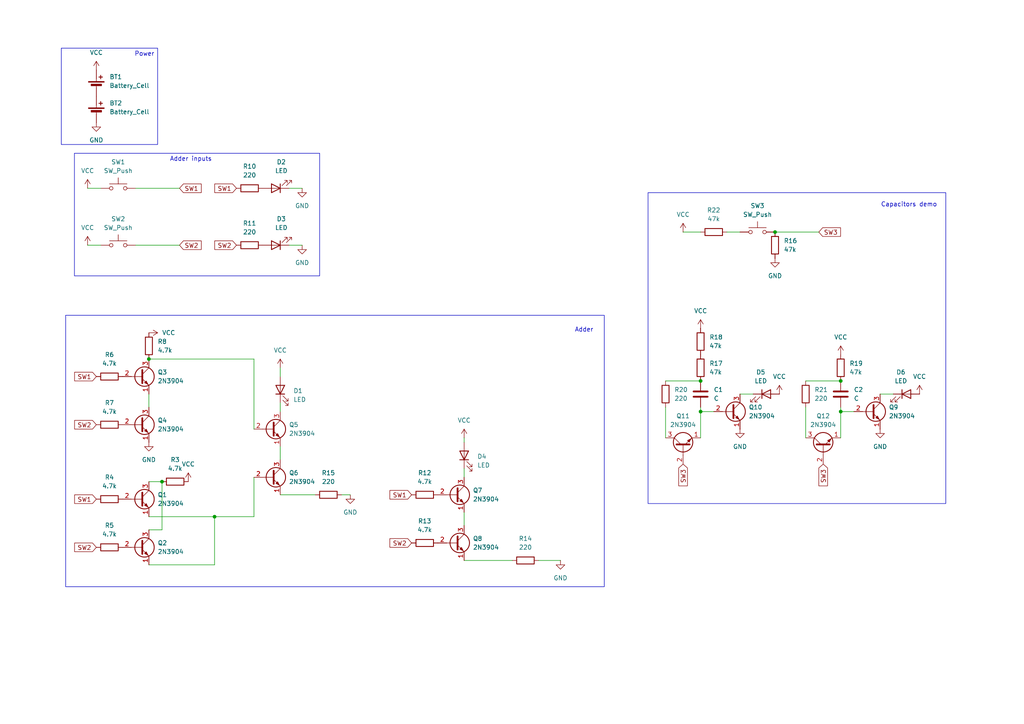
<source format=kicad_sch>
(kicad_sch (version 20250114) (generator "eeschema") (generator_version "9.0")
  (paper "A4")
  (lib_symbols
    (symbol "Device:Battery_Cell" (pin_numbers (hide yes)) (pin_names (offset 0) (hide yes))
      (property "Reference" "BT" (at 2.54 2.54 0))
      (property "Value" "Battery_Cell" (at 2.54 0 0))
      (symbol "Battery_Cell_0_1"
        (rectangle (start -2.286 1.778) (end 2.286 1.524) (fill (type outline)))
        (rectangle (start -1.524 1.016) (end 1.524 0.508) (fill (type outline)))
        (polyline (pts (xy 0 1.778) (xy 0 2.54)))
        (polyline (pts (xy 0 0.762) (xy 0 0)))
        (polyline (pts (xy 0.762 3.048) (xy 1.778 3.048)) (stroke (width 0.254)))
        (polyline (pts (xy 1.27 3.556) (xy 1.27 2.54)) (stroke (width 0.254)))
      )
      (symbol "Battery_Cell_1_1"
        (pin passive line (at 0 5.08 270) (length 2.54) (name "+") (number "1"))
        (pin passive line (at 0 -2.54 90) (length 2.54) (name "-") (number "2"))
      )
    )
    (symbol "Device:C" (pin_numbers (hide yes)) (pin_names (offset 0.254))
      (property "Reference" "C" (at 0.635 2.54 0))
      (property "Value" "C" (at 0.635 -2.54 0))
      (symbol "C_0_1"
        (polyline (pts (xy -2.032 0.762) (xy 2.032 0.762)) (stroke (width 0.508)))
        (polyline (pts (xy -2.032 -0.762) (xy 2.032 -0.762)) (stroke (width 0.508)))
      )
      (symbol "C_1_1"
        (pin passive line (at 0 3.81 270) (length 2.794) (name "~") (number "1"))
        (pin passive line (at 0 -3.81 90) (length 2.794) (name "~") (number "2"))
      )
    )
    (symbol "Device:LED" (pin_numbers (hide yes)) (pin_names (offset 1.016) (hide yes))
      (property "Reference" "D" (at 0 2.54 0))
      (property "Value" "LED" (at 0 -2.54 0))
      (symbol "LED_0_1"
        (polyline (pts (xy -3.048 -0.762) (xy -4.572 -2.286) (xy -3.81 -2.286) (xy -4.572 -2.286) (xy -4.572 -1.524)))
        (polyline (pts (xy -1.778 -0.762) (xy -3.302 -2.286) (xy -2.54 -2.286) (xy -3.302 -2.286) (xy -3.302 -1.524)))
        (polyline (pts (xy -1.27 0) (xy 1.27 0)))
        (polyline (pts (xy -1.27 -1.27) (xy -1.27 1.27)) (stroke (width 0.254)))
        (polyline (pts (xy 1.27 -1.27) (xy 1.27 1.27) (xy -1.27 0) (xy 1.27 -1.27)) (stroke (width 0.254)))
      )
      (symbol "LED_1_1"
        (pin passive line (at -3.81 0 0) (length 2.54) (name "K") (number "1"))
        (pin passive line (at 3.81 0 180) (length 2.54) (name "A") (number "2"))
      )
    )
    (symbol "Device:R" (pin_numbers (hide yes)) (pin_names (offset 0))
      (property "Reference" "R" (at 2.032 0 90))
      (property "Value" "R" (at 0 0 90))
      (symbol "R_0_1"
        (rectangle (start -1.016 -2.54) (end 1.016 2.54) (stroke (width 0.254)))
      )
      (symbol "R_1_1"
        (pin passive line (at 0 3.81 270) (length 1.27) (name "~") (number "1"))
        (pin passive line (at 0 -3.81 90) (length 1.27) (name "~") (number "2"))
      )
    )
    (symbol "Switch:SW_Push" (pin_numbers (hide yes)) (pin_names (offset 1.016) (hide yes))
      (property "Reference" "SW" (at 1.27 2.54 0))
      (property "Value" "SW_Push" (at 0 -1.524 0))
      (symbol "SW_Push_0_1"
        (circle (center -2.032 0) (radius 0.508))
        (polyline (pts (xy 0 1.27) (xy 0 3.048)))
        (circle (center 2.032 0) (radius 0.508))
        (polyline (pts (xy 2.54 1.27) (xy -2.54 1.27)))
        (pin passive line (at -5.08 0 0) (length 2.54) (name "1") (number "1"))
        (pin passive line (at 5.08 0 180) (length 2.54) (name "2") (number "2"))
      )
    )
    (symbol "Transistor_BJT:2N3904" (pin_names (offset 0) (hide yes))
      (property "Reference" "Q" (at 5.08 1.905 0))
      (property "Value" "2N3904" (at 5.08 0 0))
      (symbol "2N3904_0_1"
        (polyline (pts (xy -2.54 0) (xy 0.635 0)))
        (polyline (pts (xy 0.635 1.905) (xy 0.635 -1.905)) (stroke (width 0.508)))
        (circle (center 1.27 0) (radius 2.8194) (stroke (width 0.254)))
      )
      (symbol "2N3904_1_1"
        (polyline (pts (xy 0.635 0.635) (xy 2.54 2.54)))
        (polyline (pts (xy 0.635 -0.635) (xy 2.54 -2.54)))
        (polyline (pts (xy 1.27 -1.778) (xy 1.778 -1.27) (xy 2.286 -2.286) (xy 1.27 -1.778)) (fill (type outline)))
        (pin input line (at -5.08 0 0) (length 2.54) (name "B") (number "2"))
        (pin passive line (at 2.54 5.08 270) (length 2.54) (name "C") (number "3"))
        (pin passive line (at 2.54 -5.08 90) (length 2.54) (name "E") (number "1"))
      )
    )
    (symbol "power:GND" (power) (pin_numbers (hide yes)) (pin_names (offset 0) (hide yes))
      (property "Value" "GND" (at 0 -3.81 0))
      (symbol "GND_0_1"
        (polyline (pts (xy 0 0) (xy 0 -1.27) (xy 1.27 -1.27) (xy 0 -2.54) (xy -1.27 -1.27) (xy 0 -1.27)))
      )
      (symbol "GND_1_1"
        (pin power_in line (at 0 0 270) (length 0) (name "~") (number "1"))
      )
    )
    (symbol "power:VCC" (power) (pin_numbers (hide yes)) (pin_names (offset 0) (hide yes))
      (property "Value" "VCC" (at 0 3.556 0))
      (symbol "VCC_0_1"
        (polyline (pts (xy -0.762 1.27) (xy 0 2.54)))
        (polyline (pts (xy 0 2.54) (xy 0.762 1.27)))
        (polyline (pts (xy 0 0) (xy 0 2.54)))
      )
      (symbol "VCC_1_1"
        (pin power_in line (at 0 0 90) (length 0) (name "~") (number "1"))
      )
    )
  )
  (rectangle (start 19.05 91.44) (end 175.26 170.18))
  (rectangle (start 187.96 55.88) (end 274.32 146.05))
  (rectangle (start 21.59 44.45) (end 92.71 80.01))
  (rectangle (start 17.78 13.97) (end 45.72 41.91))
  (text "Capacitors demo" (at 263.652 59.436 0) (effects (font (size 1.27 1.27))))
  (text "Adder" (at 169.418 95.758 0) (effects (font (size 1.27 1.27))))
  (text "Power" (at 41.91 15.748 0) (effects (font (size 1.27 1.27))))
  (text "Adder inputs" (at 55.372 46.228 0) (effects (font (size 1.27 1.27))))
  (junction (at 62.23 149.86))
  (junction (at 224.79 67.31))
  (junction (at 203.2 119.38))
  (junction (at 203.2 110.49))
  (junction (at 243.84 119.38))
  (junction (at 43.18 104.14))
  (junction (at 243.84 110.49))
  (junction (at 46.99 139.7))
  (wire (pts (xy 43.18 153.67) (xy 46.99 153.67)))
  (wire (pts (xy 243.84 119.38) (xy 247.65 119.38)))
  (wire (pts (xy 81.28 143.51) (xy 91.44 143.51)))
  (wire (pts (xy 81.28 109.22) (xy 81.28 106.68)))
  (wire (pts (xy 134.62 162.56) (xy 148.59 162.56)))
  (wire (pts (xy 243.84 118.11) (xy 243.84 119.38)))
  (wire (pts (xy 43.18 114.3) (xy 43.18 118.11)))
  (wire (pts (xy 203.2 118.11) (xy 203.2 119.38)))
  (wire (pts (xy 73.66 104.14) (xy 73.66 124.46)))
  (wire (pts (xy 224.79 67.31) (xy 237.49 67.31)))
  (wire (pts (xy 214.63 114.3) (xy 218.44 114.3)))
  (wire (pts (xy 62.23 163.83) (xy 43.18 163.83)))
  (wire (pts (xy 25.4 71.12) (xy 29.21 71.12)))
  (wire (pts (xy 203.2 119.38) (xy 207.01 119.38)))
  (wire (pts (xy 62.23 149.86) (xy 73.66 149.86)))
  (wire (pts (xy 39.37 71.12) (xy 52.07 71.12)))
  (wire (pts (xy 156.21 162.56) (xy 162.56 162.56)))
  (wire (pts (xy 39.37 54.61) (xy 52.07 54.61)))
  (wire (pts (xy 62.23 149.86) (xy 62.23 163.83)))
  (wire (pts (xy 83.82 54.61) (xy 87.63 54.61)))
  (wire (pts (xy 255.27 114.3) (xy 259.08 114.3)))
  (wire (pts (xy 81.28 129.54) (xy 81.28 133.35)))
  (wire (pts (xy 43.18 149.86) (xy 62.23 149.86)))
  (wire (pts (xy 73.66 138.43) (xy 73.66 149.86)))
  (wire (pts (xy 243.84 127) (xy 243.84 119.38)))
  (wire (pts (xy 233.68 118.11) (xy 233.68 127)))
  (wire (pts (xy 81.28 116.84) (xy 81.28 119.38)))
  (wire (pts (xy 43.18 104.14) (xy 73.66 104.14)))
  (wire (pts (xy 134.62 148.59) (xy 134.62 152.4)))
  (wire (pts (xy 46.99 139.7) (xy 46.99 153.67)))
  (wire (pts (xy 134.62 135.89) (xy 134.62 138.43)))
  (wire (pts (xy 210.82 67.31) (xy 214.63 67.31)))
  (wire (pts (xy 233.68 110.49) (xy 243.84 110.49)))
  (wire (pts (xy 193.04 118.11) (xy 193.04 127)))
  (wire (pts (xy 203.2 127) (xy 203.2 119.38)))
  (wire (pts (xy 134.62 128.27) (xy 134.62 127)))
  (wire (pts (xy 198.12 67.31) (xy 203.2 67.31)))
  (wire (pts (xy 43.18 139.7) (xy 46.99 139.7)))
  (wire (pts (xy 25.4 54.61) (xy 29.21 54.61)))
  (wire (pts (xy 99.06 143.51) (xy 101.6 143.51)))
  (wire (pts (xy 193.04 110.49) (xy 203.2 110.49)))
  (wire (pts (xy 83.82 71.12) (xy 87.63 71.12)))
  (global_label "SW2" (shape input) (at 27.94 123.19 180) (property "Intersheetrefs" "${INTERSHEET_REFS}" (effects (hide yes))))
  (global_label "SW1" (shape input) (at 52.07 54.61 0) (property "Intersheetrefs" "${INTERSHEET_REFS}" (effects (hide yes))))
  (global_label "SW1" (shape input) (at 27.94 109.22 180) (property "Intersheetrefs" "${INTERSHEET_REFS}" (effects (hide yes))))
  (global_label "SW3" (shape input) (at 198.12 134.62 270) (property "Intersheetrefs" "${INTERSHEET_REFS}" (effects (hide yes))))
  (global_label "SW1" (shape input) (at 119.38 143.51 180) (property "Intersheetrefs" "${INTERSHEET_REFS}" (effects (hide yes))))
  (global_label "SW1" (shape input) (at 27.94 144.78 180) (property "Intersheetrefs" "${INTERSHEET_REFS}" (effects (hide yes))))
  (global_label "SW2" (shape input) (at 68.58 71.12 180) (property "Intersheetrefs" "${INTERSHEET_REFS}" (effects (hide yes))))
  (global_label "SW1" (shape input) (at 68.58 54.61 180) (property "Intersheetrefs" "${INTERSHEET_REFS}" (effects (hide yes))))
  (global_label "SW2" (shape input) (at 52.07 71.12 0) (property "Intersheetrefs" "${INTERSHEET_REFS}" (effects (hide yes))))
  (global_label "SW2" (shape input) (at 27.94 158.75 180) (property "Intersheetrefs" "${INTERSHEET_REFS}" (effects (hide yes))))
  (global_label "SW2" (shape input) (at 119.38 157.48 180) (property "Intersheetrefs" "${INTERSHEET_REFS}" (effects (hide yes))))
  (global_label "SW3" (shape input) (at 238.76 134.62 270) (property "Intersheetrefs" "${INTERSHEET_REFS}" (effects (hide yes))))
  (global_label "SW3" (shape input) (at 237.49 67.31 0) (property "Intersheetrefs" "${INTERSHEET_REFS}" (effects (hide yes))))
  (symbol (lib_id "power:VCC") (at 81.28 106.68 0) (unit 1)
    (property "Reference" "#PWR010" (effects (hide yes)))
    (property "Value" "VCC" (at 81.28 101.6 0))
    (property "Description" "Power symbol creates a global label with name \"VCC\"" (effects (hide yes)))
  )
  (symbol (lib_id "Device:R") (at 224.79 71.12 0) (unit 1)
    (property "Reference" "R16" (at 227.33 69.8499 0) (effects (justify left)))
    (property "Value" "47k" (at 227.33 72.3899 0) (effects (justify left)))
    (property "Footprint" "Resistor_THT:R_Axial_DIN0207_L6.3mm_D2.5mm_P7.62mm_Horizontal" (effects (hide yes)))
    (property "Description" "Resistor" (effects (hide yes)))
  )
  (symbol (lib_id "power:GND") (at 214.63 124.46 0) (unit 1)
    (property "Reference" "#PWR020" (effects (hide yes)))
    (property "Value" "GND" (at 214.63 129.54 0))
    (property "Description" "Power symbol creates a global label with name \"GND\" , ground" (effects (hide yes)))
  )
  (symbol (lib_id "Device:LED") (at 222.25 114.3 0) (unit 1)
    (property "Reference" "D5" (at 220.6625 107.95 0))
    (property "Value" "LED" (at 220.6625 110.49 0))
    (property "Footprint" "LED_THT:LED_D5.0mm" (effects (hide yes)))
    (property "Description" "Light emitting diode" (effects (hide yes)))
    (property "Sim.Pins" "1=K 2=A" (effects (hide yes)))
  )
  (symbol (lib_id "Transistor_BJT:2N3904") (at 252.73 119.38 0) (unit 1)
    (property "Reference" "Q9" (at 257.81 118.1099 0) (effects (justify left)))
    (property "Value" "2N3904" (at 257.81 120.6499 0) (effects (justify left)))
    (property "Footprint" "Package_TO_SOT_THT:TO-92L_HandSolder" (effects (hide yes)))
    (property "Datasheet" "https://www.onsemi.com/pub/Collateral/2N3903-D.PDF" (effects (hide yes)))
    (property "Description" "0.2A Ic, 40V Vce, Small Signal NPN Transistor, TO-92" (effects (hide yes)))
  )
  (symbol (lib_id "Device:R") (at 152.4 162.56 90) (unit 1)
    (property "Reference" "R14" (at 152.4 156.21 90))
    (property "Value" "220" (at 152.4 158.75 90))
    (property "Footprint" "Resistor_THT:R_Axial_DIN0207_L6.3mm_D2.5mm_P7.62mm_Horizontal" (effects (hide yes)))
    (property "Description" "Resistor" (effects (hide yes)))
  )
  (symbol (lib_id "power:VCC") (at 226.06 114.3 0) (unit 1)
    (property "Reference" "#PWR022" (effects (hide yes)))
    (property "Value" "VCC" (at 226.06 109.22 0))
    (property "Description" "Power symbol creates a global label with name \"VCC\"" (effects (hide yes)))
  )
  (symbol (lib_id "Switch:SW_Push") (at 34.29 54.61 0) (unit 1)
    (property "Reference" "SW1" (at 34.29 46.99 0))
    (property "Value" "SW_Push" (at 34.29 49.53 0))
    (property "Footprint" "Button_Switch_THT:SW_PUSH_6mm" (effects (hide yes)))
    (property "Description" "Push button switch, generic, two pins" (effects (hide yes)))
  )
  (symbol (lib_id "Device:Battery_Cell") (at 27.94 33.02 0) (unit 1)
    (property "Reference" "BT2" (at 31.75 29.9084 0) (effects (justify left)))
    (property "Value" "Battery_Cell" (at 31.75 32.4484 0) (effects (justify left)))
    (property "Footprint" "Battery:BatteryHolder_Keystone_3034_1x20mm" (effects (hide yes)))
    (property "Description" "Single-cell battery" (effects (hide yes)))
  )
  (symbol (lib_id "Device:C") (at 203.2 114.3 0) (unit 1)
    (property "Reference" "C1" (at 207.01 113.0299 0) (effects (justify left)))
    (property "Value" "C" (at 207.01 115.5699 0) (effects (justify left)))
    (property "Footprint" "Capacitor_THT:CP_Radial_D8.0mm_P5.00mm" (effects (hide yes)))
    (property "Description" "Unpolarized capacitor" (effects (hide yes)))
  )
  (symbol (lib_id "Device:LED") (at 262.89 114.3 0) (unit 1)
    (property "Reference" "D6" (at 261.3025 107.95 0))
    (property "Value" "LED" (at 261.3025 110.49 0))
    (property "Footprint" "LED_THT:LED_D5.0mm" (effects (hide yes)))
    (property "Description" "Light emitting diode" (effects (hide yes)))
    (property "Sim.Pins" "1=K 2=A" (effects (hide yes)))
  )
  (symbol (lib_id "Device:LED") (at 134.62 132.08 90) (unit 1)
    (property "Reference" "D4" (at 138.43 132.3974 90) (effects (justify right)))
    (property "Value" "LED" (at 138.43 134.9374 90) (effects (justify right)))
    (property "Footprint" "LED_THT:LED_D5.0mm" (effects (hide yes)))
    (property "Description" "Light emitting diode" (effects (hide yes)))
    (property "Sim.Pins" "1=K 2=A" (effects (hide yes)))
  )
  (symbol (lib_id "Device:LED") (at 80.01 54.61 180) (unit 1)
    (property "Reference" "D2" (at 81.5975 46.99 0))
    (property "Value" "LED" (at 81.5975 49.53 0))
    (property "Footprint" "LED_THT:LED_D5.0mm" (effects (hide yes)))
    (property "Description" "Light emitting diode" (effects (hide yes)))
    (property "Sim.Pins" "1=K 2=A" (effects (hide yes)))
  )
  (symbol (lib_id "power:VCC") (at 134.62 127 0) (unit 1)
    (property "Reference" "#PWR014" (effects (hide yes)))
    (property "Value" "VCC" (at 134.62 121.92 0))
    (property "Description" "Power symbol creates a global label with name \"VCC\"" (effects (hide yes)))
  )
  (symbol (lib_id "Switch:SW_Push") (at 34.29 71.12 0) (unit 1)
    (property "Reference" "SW2" (at 34.29 63.5 0))
    (property "Value" "SW_Push" (at 34.29 66.04 0))
    (property "Footprint" "Button_Switch_THT:SW_PUSH_6mm" (effects (hide yes)))
    (property "Description" "Push button switch, generic, two pins" (effects (hide yes)))
  )
  (symbol (lib_id "power:VCC") (at 25.4 54.61 0) (unit 1)
    (property "Reference" "#PWR03" (effects (hide yes)))
    (property "Value" "VCC" (at 25.4 49.53 0))
    (property "Description" "Power symbol creates a global label with name \"VCC\"" (effects (hide yes)))
  )
  (symbol (lib_id "Transistor_BJT:2N3904") (at 78.74 124.46 0) (unit 1)
    (property "Reference" "Q5" (at 83.82 123.1899 0) (effects (justify left)))
    (property "Value" "2N3904" (at 83.82 125.7299 0) (effects (justify left)))
    (property "Footprint" "Package_TO_SOT_THT:TO-92L_HandSolder" (effects (hide yes)))
    (property "Datasheet" "https://www.onsemi.com/pub/Collateral/2N3903-D.PDF" (effects (hide yes)))
    (property "Description" "0.2A Ic, 40V Vce, Small Signal NPN Transistor, TO-92" (effects (hide yes)))
  )
  (symbol (lib_id "Switch:SW_Push") (at 219.71 67.31 0) (unit 1)
    (property "Reference" "SW3" (at 219.71 59.69 0))
    (property "Value" "SW_Push" (at 219.71 62.23 0))
    (property "Footprint" "Button_Switch_THT:SW_PUSH_6mm" (effects (hide yes)))
    (property "Description" "Push button switch, generic, two pins" (effects (hide yes)))
  )
  (symbol (lib_id "Transistor_BJT:2N3904") (at 40.64 158.75 0) (unit 1)
    (property "Reference" "Q2" (at 45.72 157.4799 0) (effects (justify left)))
    (property "Value" "2N3904" (at 45.72 160.0199 0) (effects (justify left)))
    (property "Footprint" "Package_TO_SOT_THT:TO-92L_HandSolder" (effects (hide yes)))
    (property "Datasheet" "https://www.onsemi.com/pub/Collateral/2N3903-D.PDF" (effects (hide yes)))
    (property "Description" "0.2A Ic, 40V Vce, Small Signal NPN Transistor, TO-92" (effects (hide yes)))
  )
  (symbol (lib_id "power:GND") (at 255.27 124.46 0) (unit 1)
    (property "Reference" "#PWR021" (effects (hide yes)))
    (property "Value" "GND" (at 255.27 129.54 0))
    (property "Description" "Power symbol creates a global label with name \"GND\" , ground" (effects (hide yes)))
  )
  (symbol (lib_id "Device:R") (at 203.2 99.06 0) (unit 1)
    (property "Reference" "R18" (at 205.74 97.7899 0) (effects (justify left)))
    (property "Value" "47k" (at 205.74 100.3299 0) (effects (justify left)))
    (property "Footprint" "Resistor_THT:R_Axial_DIN0207_L6.3mm_D2.5mm_P7.62mm_Horizontal" (effects (hide yes)))
    (property "Description" "Resistor" (effects (hide yes)))
  )
  (symbol (lib_id "power:VCC") (at 198.12 67.31 0) (unit 1)
    (property "Reference" "#PWR016" (effects (hide yes)))
    (property "Value" "VCC" (at 198.12 62.23 0))
    (property "Description" "Power symbol creates a global label with name \"VCC\"" (effects (hide yes)))
  )
  (symbol (lib_id "power:GND") (at 43.18 128.27 0) (unit 1)
    (property "Reference" "#PWR09" (effects (hide yes)))
    (property "Value" "GND" (at 43.18 133.35 0))
    (property "Description" "Power symbol creates a global label with name \"GND\" , ground" (effects (hide yes)))
  )
  (symbol (lib_id "Transistor_BJT:2N3904") (at 132.08 157.48 0) (unit 1)
    (property "Reference" "Q8" (at 137.16 156.2099 0) (effects (justify left)))
    (property "Value" "2N3904" (at 137.16 158.7499 0) (effects (justify left)))
    (property "Footprint" "Package_TO_SOT_THT:TO-92L_HandSolder" (effects (hide yes)))
    (property "Datasheet" "https://www.onsemi.com/pub/Collateral/2N3903-D.PDF" (effects (hide yes)))
    (property "Description" "0.2A Ic, 40V Vce, Small Signal NPN Transistor, TO-92" (effects (hide yes)))
  )
  (symbol (lib_id "Device:LED") (at 80.01 71.12 180) (unit 1)
    (property "Reference" "D3" (at 81.5975 63.5 0))
    (property "Value" "LED" (at 81.5975 66.04 0))
    (property "Footprint" "LED_THT:LED_D5.0mm" (effects (hide yes)))
    (property "Description" "Light emitting diode" (effects (hide yes)))
    (property "Sim.Pins" "1=K 2=A" (effects (hide yes)))
  )
  (symbol (lib_id "power:GND") (at 101.6 143.51 0) (unit 1)
    (property "Reference" "#PWR011" (effects (hide yes)))
    (property "Value" "GND" (at 101.6 148.59 0))
    (property "Description" "Power symbol creates a global label with name \"GND\" , ground" (effects (hide yes)))
  )
  (symbol (lib_id "power:VCC") (at 25.4 71.12 0) (unit 1)
    (property "Reference" "#PWR04" (effects (hide yes)))
    (property "Value" "VCC" (at 25.4 66.04 0))
    (property "Description" "Power symbol creates a global label with name \"VCC\"" (effects (hide yes)))
  )
  (symbol (lib_id "Device:R") (at 31.75 158.75 90) (unit 1)
    (property "Reference" "R5" (at 31.75 152.4 90))
    (property "Value" "4.7k" (at 31.75 154.94 90))
    (property "Footprint" "Resistor_THT:R_Axial_DIN0207_L6.3mm_D2.5mm_P7.62mm_Horizontal" (effects (hide yes)))
    (property "Description" "Resistor" (effects (hide yes)))
  )
  (symbol (lib_id "Device:R") (at 243.84 106.68 0) (unit 1)
    (property "Reference" "R19" (at 246.38 105.4099 0) (effects (justify left)))
    (property "Value" "47k" (at 246.38 107.9499 0) (effects (justify left)))
    (property "Footprint" "Resistor_THT:R_Axial_DIN0207_L6.3mm_D2.5mm_P7.62mm_Horizontal" (effects (hide yes)))
    (property "Description" "Resistor" (effects (hide yes)))
  )
  (symbol (lib_id "power:GND") (at 87.63 71.12 0) (unit 1)
    (property "Reference" "#PWR013" (effects (hide yes)))
    (property "Value" "GND" (at 87.63 76.2 0))
    (property "Description" "Power symbol creates a global label with name \"GND\" , ground" (effects (hide yes)))
  )
  (symbol (lib_id "Device:Battery_Cell") (at 27.94 25.4 0) (unit 1)
    (property "Reference" "BT1" (at 31.75 22.2884 0) (effects (justify left)))
    (property "Value" "Battery_Cell" (at 31.75 24.8284 0) (effects (justify left)))
    (property "Footprint" "Battery:BatteryHolder_Keystone_3034_1x20mm" (effects (hide yes)))
    (property "Description" "Single-cell battery" (effects (hide yes)))
  )
  (symbol (lib_id "Device:R") (at 72.39 71.12 90) (unit 1)
    (property "Reference" "R11" (at 72.39 64.77 90))
    (property "Value" "220" (at 72.39 67.31 90))
    (property "Footprint" "Resistor_THT:R_Axial_DIN0207_L6.3mm_D2.5mm_P7.62mm_Horizontal" (effects (hide yes)))
    (property "Description" "Resistor" (effects (hide yes)))
  )
  (symbol (lib_id "Device:LED") (at 81.28 113.03 90) (unit 1)
    (property "Reference" "D1" (at 85.09 113.3474 90) (effects (justify right)))
    (property "Value" "LED" (at 85.09 115.8874 90) (effects (justify right)))
    (property "Footprint" "LED_THT:LED_D5.0mm" (effects (hide yes)))
    (property "Description" "Light emitting diode" (effects (hide yes)))
    (property "Sim.Pins" "1=K 2=A" (effects (hide yes)))
  )
  (symbol (lib_id "Device:R") (at 233.68 114.3 0) (unit 1)
    (property "Reference" "R21" (at 236.22 113.0299 0) (effects (justify left)))
    (property "Value" "220" (at 236.22 115.5699 0) (effects (justify left)))
    (property "Footprint" "Resistor_THT:R_Axial_DIN0207_L6.3mm_D2.5mm_P7.62mm_Horizontal" (effects (hide yes)))
    (property "Description" "Resistor" (effects (hide yes)))
  )
  (symbol (lib_id "power:VCC") (at 203.2 95.25 0) (unit 1)
    (property "Reference" "#PWR019" (effects (hide yes)))
    (property "Value" "VCC" (at 203.2 90.17 0))
    (property "Description" "Power symbol creates a global label with name \"VCC\"" (effects (hide yes)))
  )
  (symbol (lib_id "Device:R") (at 123.19 143.51 90) (unit 1)
    (property "Reference" "R12" (at 123.19 137.16 90))
    (property "Value" "4.7k" (at 123.19 139.7 90))
    (property "Footprint" "Resistor_THT:R_Axial_DIN0207_L6.3mm_D2.5mm_P7.62mm_Horizontal" (effects (hide yes)))
    (property "Description" "Resistor" (effects (hide yes)))
  )
  (symbol (lib_id "power:VCC") (at 27.94 20.32 0) (unit 1)
    (property "Reference" "#PWR02" (effects (hide yes)))
    (property "Value" "VCC" (at 27.94 15.24 0))
    (property "Description" "Power symbol creates a global label with name \"VCC\"" (effects (hide yes)))
  )
  (symbol (lib_id "power:VCC") (at 266.7 114.3 0) (unit 1)
    (property "Reference" "#PWR023" (effects (hide yes)))
    (property "Value" "VCC" (at 266.7 109.22 0))
    (property "Description" "Power symbol creates a global label with name \"VCC\"" (effects (hide yes)))
  )
  (symbol (lib_id "Device:C") (at 243.84 114.3 0) (unit 1)
    (property "Reference" "C2" (at 247.65 113.0299 0) (effects (justify left)))
    (property "Value" "C" (at 247.65 115.5699 0) (effects (justify left)))
    (property "Footprint" "Capacitor_THT:CP_Radial_D8.0mm_P5.00mm" (effects (hide yes)))
    (property "Description" "Unpolarized capacitor" (effects (hide yes)))
  )
  (symbol (lib_id "Device:R") (at 31.75 109.22 90) (unit 1)
    (property "Reference" "R6" (at 31.75 102.87 90))
    (property "Value" "4.7k" (at 31.75 105.41 90))
    (property "Footprint" "Resistor_THT:R_Axial_DIN0207_L6.3mm_D2.5mm_P7.62mm_Horizontal" (effects (hide yes)))
    (property "Description" "Resistor" (effects (hide yes)))
  )
  (symbol (lib_id "Transistor_BJT:2N3904") (at 40.64 144.78 0) (unit 1)
    (property "Reference" "Q1" (at 45.72 143.5099 0) (effects (justify left)))
    (property "Value" "2N3904" (at 45.72 146.0499 0) (effects (justify left)))
    (property "Footprint" "Package_TO_SOT_THT:TO-92L_HandSolder" (effects (hide yes)))
    (property "Datasheet" "https://www.onsemi.com/pub/Collateral/2N3903-D.PDF" (effects (hide yes)))
    (property "Description" "0.2A Ic, 40V Vce, Small Signal NPN Transistor, TO-92" (effects (hide yes)))
  )
  (symbol (lib_id "Transistor_BJT:2N3904") (at 78.74 138.43 0) (unit 1)
    (property "Reference" "Q6" (at 83.82 137.1599 0) (effects (justify left)))
    (property "Value" "2N3904" (at 83.82 139.6999 0) (effects (justify left)))
    (property "Footprint" "Package_TO_SOT_THT:TO-92L_HandSolder" (effects (hide yes)))
    (property "Datasheet" "https://www.onsemi.com/pub/Collateral/2N3903-D.PDF" (effects (hide yes)))
    (property "Description" "0.2A Ic, 40V Vce, Small Signal NPN Transistor, TO-92" (effects (hide yes)))
  )
  (symbol (lib_id "Transistor_BJT:2N3904") (at 40.64 109.22 0) (unit 1)
    (property "Reference" "Q3" (at 45.72 107.9499 0) (effects (justify left)))
    (property "Value" "2N3904" (at 45.72 110.4899 0) (effects (justify left)))
    (property "Footprint" "Package_TO_SOT_THT:TO-92L_HandSolder" (effects (hide yes)))
    (property "Datasheet" "https://www.onsemi.com/pub/Collateral/2N3903-D.PDF" (effects (hide yes)))
    (property "Description" "0.2A Ic, 40V Vce, Small Signal NPN Transistor, TO-92" (effects (hide yes)))
  )
  (symbol (lib_id "power:VCC") (at 243.84 102.87 0) (unit 1)
    (property "Reference" "#PWR018" (effects (hide yes)))
    (property "Value" "VCC" (at 243.84 97.79 0))
    (property "Description" "Power symbol creates a global label with name \"VCC\"" (effects (hide yes)))
  )
  (symbol (lib_id "Transistor_BJT:2N3904") (at 40.64 123.19 0) (unit 1)
    (property "Reference" "Q4" (at 45.72 121.9199 0) (effects (justify left)))
    (property "Value" "2N3904" (at 45.72 124.4599 0) (effects (justify left)))
    (property "Footprint" "Package_TO_SOT_THT:TO-92L_HandSolder" (effects (hide yes)))
    (property "Datasheet" "https://www.onsemi.com/pub/Collateral/2N3903-D.PDF" (effects (hide yes)))
    (property "Description" "0.2A Ic, 40V Vce, Small Signal NPN Transistor, TO-92" (effects (hide yes)))
  )
  (symbol (lib_id "Device:R") (at 203.2 106.68 0) (unit 1)
    (property "Reference" "R17" (at 205.74 105.4099 0) (effects (justify left)))
    (property "Value" "47k" (at 205.74 107.9499 0) (effects (justify left)))
    (property "Footprint" "Resistor_THT:R_Axial_DIN0207_L6.3mm_D2.5mm_P7.62mm_Horizontal" (effects (hide yes)))
    (property "Description" "Resistor" (effects (hide yes)))
  )
  (symbol (lib_id "power:VCC") (at 43.18 96.52 270) (unit 1)
    (property "Reference" "#PWR08" (effects (hide yes)))
    (property "Value" "VCC" (at 46.99 96.5199 90) (effects (justify left)))
    (property "Description" "Power symbol creates a global label with name \"VCC\"" (effects (hide yes)))
  )
  (symbol (lib_id "Device:R") (at 31.75 123.19 90) (unit 1)
    (property "Reference" "R7" (at 31.75 116.84 90))
    (property "Value" "4.7k" (at 31.75 119.38 90))
    (property "Footprint" "Resistor_THT:R_Axial_DIN0207_L6.3mm_D2.5mm_P7.62mm_Horizontal" (effects (hide yes)))
    (property "Description" "Resistor" (effects (hide yes)))
  )
  (symbol (lib_id "Device:R") (at 43.18 100.33 180) (unit 1)
    (property "Reference" "R8" (at 45.72 99.0599 0) (effects (justify right)))
    (property "Value" "4.7k" (at 45.72 101.5999 0) (effects (justify right)))
    (property "Footprint" "Resistor_THT:R_Axial_DIN0207_L6.3mm_D2.5mm_P7.62mm_Horizontal" (effects (hide yes)))
    (property "Description" "Resistor" (effects (hide yes)))
  )
  (symbol (lib_id "Transistor_BJT:2N3904") (at 212.09 119.38 0) (unit 1)
    (property "Reference" "Q10" (at 217.17 118.1099 0) (effects (justify left)))
    (property "Value" "2N3904" (at 217.17 120.6499 0) (effects (justify left)))
    (property "Footprint" "Package_TO_SOT_THT:TO-92L_HandSolder" (effects (hide yes)))
    (property "Datasheet" "https://www.onsemi.com/pub/Collateral/2N3903-D.PDF" (effects (hide yes)))
    (property "Description" "0.2A Ic, 40V Vce, Small Signal NPN Transistor, TO-92" (effects (hide yes)))
  )
  (symbol (lib_id "Device:R") (at 123.19 157.48 90) (unit 1)
    (property "Reference" "R13" (at 123.19 151.13 90))
    (property "Value" "4.7k" (at 123.19 153.67 90))
    (property "Footprint" "Resistor_THT:R_Axial_DIN0207_L6.3mm_D2.5mm_P7.62mm_Horizontal" (effects (hide yes)))
    (property "Description" "Resistor" (effects (hide yes)))
  )
  (symbol (lib_id "Transistor_BJT:2N3904") (at 132.08 143.51 0) (unit 1)
    (property "Reference" "Q7" (at 137.16 142.2399 0) (effects (justify left)))
    (property "Value" "2N3904" (at 137.16 144.7799 0) (effects (justify left)))
    (property "Footprint" "Package_TO_SOT_THT:TO-92L_HandSolder" (effects (hide yes)))
    (property "Datasheet" "https://www.onsemi.com/pub/Collateral/2N3903-D.PDF" (effects (hide yes)))
    (property "Description" "0.2A Ic, 40V Vce, Small Signal NPN Transistor, TO-92" (effects (hide yes)))
  )
  (symbol (lib_id "Device:R") (at 193.04 114.3 0) (unit 1)
    (property "Reference" "R20" (at 195.58 113.0299 0) (effects (justify left)))
    (property "Value" "220" (at 195.58 115.57 0) (effects (justify left)))
    (property "Footprint" "Resistor_THT:R_Axial_DIN0207_L6.3mm_D2.5mm_P7.62mm_Horizontal" (effects (hide yes)))
    (property "Description" "Resistor" (effects (hide yes)))
  )
  (symbol (lib_id "Device:R") (at 95.25 143.51 90) (unit 1)
    (property "Reference" "R15" (at 95.25 137.16 90))
    (property "Value" "220" (at 95.25 139.7 90))
    (property "Footprint" "Resistor_THT:R_Axial_DIN0207_L6.3mm_D2.5mm_P7.62mm_Horizontal" (effects (hide yes)))
    (property "Description" "Resistor" (effects (hide yes)))
  )
  (symbol (lib_id "power:GND") (at 27.94 35.56 0) (unit 1)
    (property "Reference" "#PWR01" (effects (hide yes)))
    (property "Value" "GND" (at 27.94 40.64 0))
    (property "Description" "Power symbol creates a global label with name \"GND\" , ground" (effects (hide yes)))
  )
  (symbol (lib_id "Device:R") (at 31.75 144.78 90) (unit 1)
    (property "Reference" "R4" (at 31.75 138.43 90))
    (property "Value" "4.7k" (at 31.75 140.97 90))
    (property "Footprint" "Resistor_THT:R_Axial_DIN0207_L6.3mm_D2.5mm_P7.62mm_Horizontal" (effects (hide yes)))
    (property "Description" "Resistor" (effects (hide yes)))
  )
  (symbol (lib_id "Device:R") (at 50.8 139.7 90) (unit 1)
    (property "Reference" "R3" (at 50.8 133.35 90))
    (property "Value" "4.7k" (at 50.8 135.89 90))
    (property "Footprint" "Resistor_THT:R_Axial_DIN0207_L6.3mm_D2.5mm_P7.62mm_Horizontal" (effects (hide yes)))
    (property "Description" "Resistor" (effects (hide yes)))
  )
  (symbol (lib_id "Device:R") (at 207.01 67.31 90) (unit 1)
    (property "Reference" "R22" (at 207.01 60.96 90))
    (property "Value" "47k" (at 207.01 63.5 90))
    (property "Footprint" "Resistor_THT:R_Axial_DIN0207_L6.3mm_D2.5mm_P7.62mm_Horizontal" (effects (hide yes)))
    (property "Description" "Resistor" (effects (hide yes)))
  )
  (symbol (lib_id "power:GND") (at 162.56 162.56 0) (unit 1)
    (property "Reference" "#PWR015" (effects (hide yes)))
    (property "Value" "GND" (at 162.56 167.64 0))
    (property "Description" "Power symbol creates a global label with name \"GND\" , ground" (effects (hide yes)))
  )
  (symbol (lib_id "power:GND") (at 87.63 54.61 0) (unit 1)
    (property "Reference" "#PWR012" (effects (hide yes)))
    (property "Value" "GND" (at 87.63 59.69 0))
    (property "Description" "Power symbol creates a global label with name \"GND\" , ground" (effects (hide yes)))
  )
  (symbol (lib_id "Transistor_BJT:2N3904") (at 198.12 129.54 90) (unit 1)
    (property "Reference" "Q11" (at 198.12 120.65 90))
    (property "Value" "2N3904" (at 198.12 123.19 90))
    (property "Footprint" "Package_TO_SOT_THT:TO-92L_HandSolder" (effects (hide yes)))
    (property "Datasheet" "https://www.onsemi.com/pub/Collateral/2N3903-D.PDF" (effects (hide yes)))
    (property "Description" "0.2A Ic, 40V Vce, Small Signal NPN Transistor, TO-92" (effects (hide yes)))
  )
  (symbol (lib_id "Device:R") (at 72.39 54.61 90) (unit 1)
    (property "Reference" "R10" (at 72.39 48.26 90))
    (property "Value" "220" (at 72.39 50.8 90))
    (property "Footprint" "Resistor_THT:R_Axial_DIN0207_L6.3mm_D2.5mm_P7.62mm_Horizontal" (effects (hide yes)))
    (property "Description" "Resistor" (effects (hide yes)))
  )
  (symbol (lib_id "power:GND") (at 224.79 74.93 0) (unit 1)
    (property "Reference" "#PWR017" (effects (hide yes)))
    (property "Value" "GND" (at 224.79 80.01 0))
    (property "Description" "Power symbol creates a global label with name \"GND\" , ground" (effects (hide yes)))
  )
  (symbol (lib_id "power:VCC") (at 54.61 139.7 0) (unit 1)
    (property "Reference" "#PWR07" (effects (hide yes)))
    (property "Value" "VCC" (at 54.61 134.62 0))
    (property "Description" "Power symbol creates a global label with name \"VCC\"" (effects (hide yes)))
  )
  (symbol (lib_id "Transistor_BJT:2N3904") (at 238.76 129.54 90) (unit 1)
    (property "Reference" "Q12" (at 238.76 120.65 90))
    (property "Value" "2N3904" (at 238.76 123.19 90))
    (property "Footprint" "Package_TO_SOT_THT:TO-92L_HandSolder" (effects (hide yes)))
    (property "Datasheet" "https://www.onsemi.com/pub/Collateral/2N3903-D.PDF" (effects (hide yes)))
    (property "Description" "0.2A Ic, 40V Vce, Small Signal NPN Transistor, TO-92" (effects (hide yes)))
  )
)
</source>
